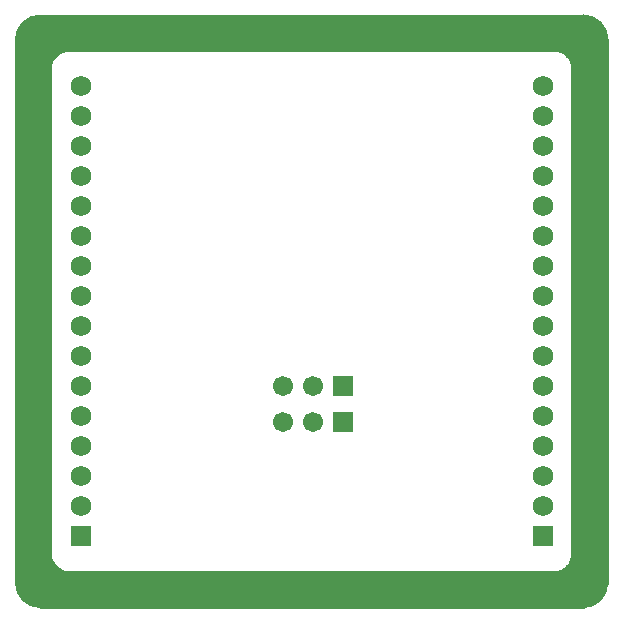
<source format=gbs>
G04 Layer_Color=8150272*
%FSLAX23Y23*%
%MOIN*%
G70*
G01*
G75*
%ADD23C,0.010*%
%ADD30C,0.158*%
%ADD41C,0.069*%
%ADD42C,0.067*%
%ADD43R,0.067X0.067*%
%ADD44R,0.069X0.069*%
%ADD45C,0.058*%
G36*
X1890Y1969D02*
X1890Y1890D01*
X1969D01*
X1969Y79D01*
X1890D01*
Y-0D01*
X79Y-0D01*
Y79D01*
X-0Y79D01*
X-0Y1890D01*
X79Y1890D01*
X79Y1969D01*
X1890Y1969D01*
D02*
G37*
%LPC*%
G36*
X174Y1850D02*
X166Y1850D01*
X154Y1846D01*
X144Y1841D01*
X135Y1833D01*
X128Y1824D01*
X122Y1814D01*
X119Y1803D01*
X118Y1794D01*
X118Y177D01*
X118D01*
Y174D01*
X119Y166D01*
X122Y154D01*
X128Y144D01*
X135Y135D01*
X144Y128D01*
X154Y122D01*
X166Y119D01*
X174Y118D01*
X1791Y118D01*
Y118D01*
X1794D01*
X1794Y118D01*
X1850D01*
Y118D01*
X1794D01*
X1803Y119D01*
X1814Y122D01*
X1824Y128D01*
X1833Y135D01*
X1841Y144D01*
X1846Y154D01*
X1850Y166D01*
X1850Y174D01*
X1850Y1794D01*
X1850Y1803D01*
X1846Y1814D01*
X1841Y1824D01*
X1833Y1833D01*
X1824Y1841D01*
X1814Y1846D01*
X1803Y1850D01*
X1794Y1850D01*
X174Y1850D01*
D02*
G37*
G36*
X118Y174D02*
Y118D01*
X118D01*
X118Y118D01*
Y174D01*
X118Y174D01*
D02*
G37*
G36*
X118Y1850D02*
Y1850D01*
X118Y1850D01*
X118D01*
D02*
G37*
%LPD*%
D23*
X79Y1969D02*
G03*
X-0Y1890I-0J-79D01*
G01*
X1969D02*
G03*
X1890Y1969I-79J0D01*
G01*
X1891Y0D02*
G03*
X1969Y77I0J77D01*
G01*
X-0Y79D02*
G03*
X79Y-0I79J-0D01*
G01*
Y1969D02*
X1890D01*
X0Y79D02*
Y1890D01*
X1969Y77D02*
Y1890D01*
X79Y0D02*
X1891D01*
D30*
X79Y1890D02*
D03*
X79Y79D02*
D03*
X1890D02*
D03*
X1890Y1890D02*
D03*
D41*
X215Y635D02*
D03*
Y735D02*
D03*
X1755Y335D02*
D03*
Y435D02*
D03*
Y535D02*
D03*
Y635D02*
D03*
Y735D02*
D03*
Y835D02*
D03*
Y935D02*
D03*
Y1035D02*
D03*
Y1135D02*
D03*
Y1435D02*
D03*
Y1535D02*
D03*
Y1635D02*
D03*
Y1735D02*
D03*
Y1335D02*
D03*
Y1235D02*
D03*
X215Y335D02*
D03*
Y435D02*
D03*
Y535D02*
D03*
Y835D02*
D03*
Y935D02*
D03*
Y1035D02*
D03*
Y1135D02*
D03*
Y1235D02*
D03*
Y1335D02*
D03*
Y1435D02*
D03*
Y1535D02*
D03*
Y1635D02*
D03*
Y1735D02*
D03*
D42*
X890Y615D02*
D03*
X890Y736D02*
D03*
X990D02*
D03*
X990Y615D02*
D03*
D43*
X1090D02*
D03*
X1090Y736D02*
D03*
D44*
X1755Y235D02*
D03*
X215D02*
D03*
D45*
X244Y59D02*
D03*
X429D02*
D03*
X614D02*
D03*
X799D02*
D03*
X984D02*
D03*
X1169D02*
D03*
X1354D02*
D03*
X1539D02*
D03*
X1724D02*
D03*
X1909Y244D02*
D03*
Y429D02*
D03*
Y614D02*
D03*
Y799D02*
D03*
Y984D02*
D03*
Y1169D02*
D03*
Y1354D02*
D03*
Y1539D02*
D03*
Y1724D02*
D03*
X1724Y1909D02*
D03*
X1539D02*
D03*
X1354D02*
D03*
X1169D02*
D03*
X984D02*
D03*
X799D02*
D03*
X614D02*
D03*
X429D02*
D03*
X244D02*
D03*
X59Y1724D02*
D03*
Y1539D02*
D03*
Y1354D02*
D03*
Y1169D02*
D03*
Y984D02*
D03*
Y799D02*
D03*
Y614D02*
D03*
Y429D02*
D03*
Y244D02*
D03*
M02*

</source>
